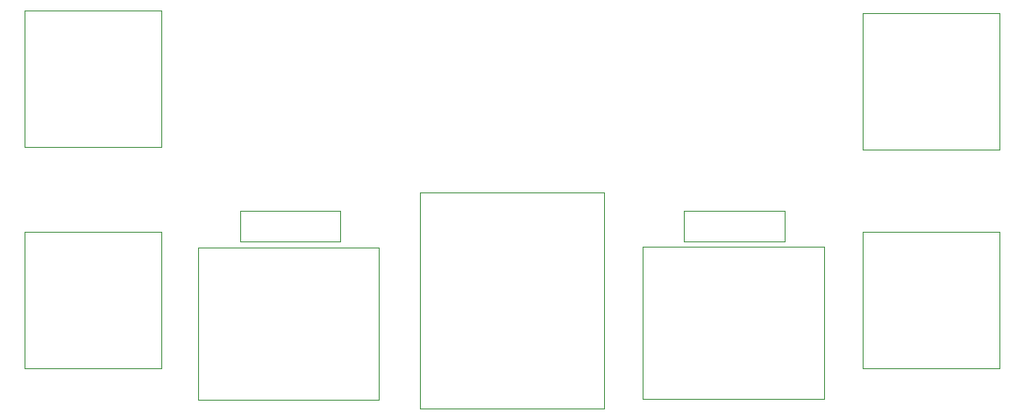
<source format=gbr>
%TF.GenerationSoftware,KiCad,Pcbnew,9.0.6*%
%TF.CreationDate,2025-12-07T01:16:21-05:00*%
%TF.ProjectId,Kigan's Lifeboard,4b696761-6e27-4732-904c-696665626f61,rev?*%
%TF.SameCoordinates,Original*%
%TF.FileFunction,Other,User*%
%FSLAX46Y46*%
G04 Gerber Fmt 4.6, Leading zero omitted, Abs format (unit mm)*
G04 Created by KiCad (PCBNEW 9.0.6) date 2025-12-07 01:16:21*
%MOMM*%
%LPD*%
G01*
G04 APERTURE LIST*
%ADD10C,0.050000*%
G04 APERTURE END LIST*
D10*
%TO.C,SW3*%
X101859250Y-80904250D02*
X115059250Y-80904250D01*
X101859250Y-94104250D02*
X101859250Y-80904250D01*
X115059250Y-80904250D02*
X115059250Y-94104250D01*
X115059250Y-94104250D02*
X101859250Y-94104250D01*
%TO.C,SW7*%
X118580000Y-103890000D02*
X118580000Y-118590000D01*
X118580000Y-103890000D02*
X136080000Y-103890000D01*
X136080000Y-118590000D02*
X118580000Y-118590000D01*
X136080000Y-118590000D02*
X136080000Y-103890000D01*
%TO.C,SW2*%
X182821750Y-102335500D02*
X196021750Y-102335500D01*
X182821750Y-115535500D02*
X182821750Y-102335500D01*
X196021750Y-102335500D02*
X196021750Y-115535500D01*
X196021750Y-115535500D02*
X182821750Y-115535500D01*
%TO.C,R2*%
X122649250Y-100291750D02*
X132369250Y-100291750D01*
X132369250Y-103291750D01*
X122649250Y-103291750D01*
X122649250Y-100291750D01*
%TO.C,SW1*%
X101859250Y-102335500D02*
X115059250Y-102335500D01*
X101859250Y-115535500D02*
X101859250Y-102335500D01*
X115059250Y-102335500D02*
X115059250Y-115535500D01*
X115059250Y-115535500D02*
X101859250Y-115535500D01*
%TO.C,SW5*%
X161560000Y-103790000D02*
X161560000Y-118490000D01*
X161560000Y-103790000D02*
X179060000Y-103790000D01*
X179060000Y-118490000D02*
X161560000Y-118490000D01*
X179060000Y-118490000D02*
X179060000Y-103790000D01*
%TO.C,R1*%
X165511750Y-100291750D02*
X175231750Y-100291750D01*
X175231750Y-103291750D01*
X165511750Y-103291750D01*
X165511750Y-100291750D01*
%TO.C,SW4*%
X182821750Y-81188000D02*
X196021750Y-81188000D01*
X182821750Y-94388000D02*
X182821750Y-81188000D01*
X196021750Y-81188000D02*
X196021750Y-94388000D01*
X196021750Y-94388000D02*
X182821750Y-94388000D01*
%TO.C,U1*%
X157840500Y-119485500D02*
X140040500Y-119485500D01*
X140040500Y-98510500D01*
X157840500Y-98510500D01*
X157840500Y-119485500D01*
%TD*%
M02*

</source>
